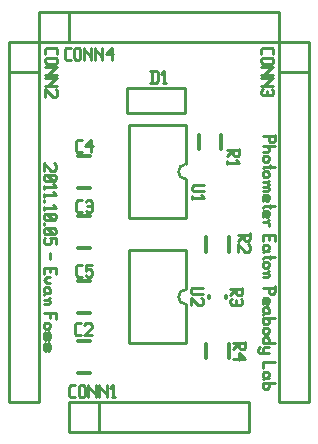
<source format=gbr>
G04 start of page 7 for group -4079 idx -4079 *
G04 Title: (unknown), topsilk *
G04 Creator: pcb 20100929 *
G04 CreationDate: Wed Oct  5 19:14:07 2011 UTC *
G04 For: user1 *
G04 Format: Gerber/RS-274X *
G04 PCB-Dimensions: 200000 300000 *
G04 PCB-Coordinate-Origin: lower left *
%MOIN*%
%FSLAX25Y25*%
%LNFRONTSILK*%
%ADD28C,0.0100*%
%ADD29C,0.0130*%
%ADD30C,0.0110*%
G54D28*X126500Y218000D02*X130500D01*
Y218500D02*Y216500D01*
X130000Y216000D01*
X129000D02*X130000D01*
X128500Y216500D02*X129000Y216000D01*
X128500Y218000D02*Y216500D01*
X126500Y214799D02*X130500D01*
X128000D02*X128500Y214299D01*
Y213299D01*
X128000Y212799D01*
X126500D02*X128000D01*
X127000Y211598D02*X128000D01*
X128500Y211098D01*
Y210098D01*
X128000Y209598D01*
X127000D02*X128000D01*
X126500Y210098D02*X127000Y209598D01*
X126500Y211098D02*Y210098D01*
X127000Y211598D02*X126500Y211098D01*
X127000Y207897D02*X130500D01*
X127000D02*X126500Y207397D01*
X129000Y208397D02*Y207397D01*
X127000Y206396D02*X128000D01*
X128500Y205896D01*
Y204896D01*
X128000Y204396D01*
X127000D02*X128000D01*
X126500Y204896D02*X127000Y204396D01*
X126500Y205896D02*Y204896D01*
X127000Y206396D02*X126500Y205896D01*
Y202695D02*X128000D01*
X128500Y202195D01*
Y201695D01*
X128000Y201195D01*
X126500D02*X128000D01*
X128500Y200695D01*
Y200195D01*
X128000Y199695D01*
X126500D02*X128000D01*
X128500Y203195D02*X128000Y202695D01*
X126500Y197994D02*Y196494D01*
X127000Y198494D02*X126500Y197994D01*
X127000Y198494D02*X128000D01*
X128500Y197994D01*
Y196994D01*
X128000Y196494D01*
X127500Y198494D02*Y196494D01*
X128000D01*
X127000Y194793D02*X130500D01*
X127000D02*X126500Y194293D01*
X129000Y195293D02*Y194293D01*
X126500Y192792D02*Y191292D01*
X127000Y193292D02*X126500Y192792D01*
X127000Y193292D02*X128000D01*
X128500Y192792D01*
Y191792D01*
X128000Y191292D01*
X127500Y193292D02*Y191292D01*
X128000D01*
X126500Y189591D02*X128000D01*
X128500Y189091D01*
Y188091D01*
Y190091D02*X128000Y189591D01*
X128500Y185090D02*Y183590D01*
X126500Y185090D02*Y183090D01*
Y185090D02*X130500D01*
Y183090D01*
X128500Y180389D02*X128000Y179889D01*
X128500Y181389D02*Y180389D01*
X128000Y181889D02*X128500Y181389D01*
X127000Y181889D02*X128000D01*
X127000D02*X126500Y181389D01*
X127000Y179889D02*X128500D01*
X127000D02*X126500Y179389D01*
Y181389D02*Y180389D01*
X127000Y179889D01*
Y177688D02*X130500D01*
X127000D02*X126500Y177188D01*
X129000Y178188D02*Y177188D01*
X127000Y176187D02*X128000D01*
X128500Y175687D01*
Y174687D01*
X128000Y174187D01*
X127000D02*X128000D01*
X126500Y174687D02*X127000Y174187D01*
X126500Y175687D02*Y174687D01*
X127000Y176187D02*X126500Y175687D01*
Y172486D02*X128000D01*
X128500Y171986D01*
Y171486D01*
X128000Y170986D01*
X126500D02*X128000D01*
X128500Y172986D02*X128000Y172486D01*
X126500Y167485D02*X130500D01*
Y167985D02*Y165985D01*
X130000Y165485D01*
X129000D02*X130000D01*
X128500Y165985D02*X129000Y165485D01*
X128500Y167485D02*Y165985D01*
X126500Y163784D02*Y162284D01*
X127000Y164284D02*X126500Y163784D01*
X127000Y164284D02*X128000D01*
X128500Y163784D01*
Y162784D01*
X128000Y162284D01*
X127500Y164284D02*Y162284D01*
X128000D01*
X128500Y159583D02*X128000Y159083D01*
X128500Y160583D02*Y159583D01*
X128000Y161083D02*X128500Y160583D01*
X127000Y161083D02*X128000D01*
X127000D02*X126500Y160583D01*
X127000Y159083D02*X128500D01*
X127000D02*X126500Y158583D01*
Y160583D02*Y159583D01*
X127000Y159083D01*
X126500Y157382D02*X130500D01*
X127000D02*X126500Y156882D01*
Y155882D01*
X127000Y155382D01*
X128000D01*
X128500Y155882D02*X128000Y155382D01*
X128500Y156882D02*Y155882D01*
X128000Y157382D02*X128500Y156882D01*
X127000Y154181D02*X128000D01*
X128500Y153681D01*
Y152681D01*
X128000Y152181D01*
X127000D02*X128000D01*
X126500Y152681D02*X127000Y152181D01*
X126500Y153681D02*Y152681D01*
X127000Y154181D02*X126500Y153681D01*
Y148980D02*X130500D01*
X126500Y149480D02*X127000Y148980D01*
X126500Y150480D02*Y149480D01*
X127000Y150980D02*X126500Y150480D01*
X127000Y150980D02*X128000D01*
X128500Y150480D01*
Y149480D01*
X128000Y148980D01*
X127000Y147779D02*X128500D01*
X127000D02*X126500Y147279D01*
X125500Y145779D02*X128500D01*
X125000Y146279D02*X125500Y145779D01*
X125000Y147279D02*Y146279D01*
X125500Y147779D02*X125000Y147279D01*
X126500D02*Y146279D01*
X127000Y145779D01*
X126500Y142778D02*X130500D01*
X126500D02*Y140778D01*
X128500Y138077D02*X128000Y137577D01*
X128500Y139077D02*Y138077D01*
X128000Y139577D02*X128500Y139077D01*
X127000Y139577D02*X128000D01*
X127000D02*X126500Y139077D01*
X127000Y137577D02*X128500D01*
X127000D02*X126500Y137077D01*
Y139077D02*Y138077D01*
X127000Y137577D01*
X126500Y135876D02*X130500D01*
X127000D02*X126500Y135376D01*
Y134376D01*
X127000Y133876D01*
X128000D01*
X128500Y134376D02*X128000Y133876D01*
X128500Y135376D02*Y134376D01*
X128000Y135876D02*X128500Y135376D01*
X57000Y209000D02*X57500Y208500D01*
Y207000D01*
X57000Y206500D01*
X56000D02*X57000D01*
X53500Y209000D02*X56000Y206500D01*
X53500Y209000D02*Y206500D01*
X54000Y205299D02*X53500Y204799D01*
X54000Y205299D02*X57000D01*
X57500Y204799D01*
Y203799D01*
X57000Y203299D01*
X54000D02*X57000D01*
X53500Y203799D02*X54000Y203299D01*
X53500Y204799D02*Y203799D01*
X54500Y205299D02*X56500Y203299D01*
X53500Y201598D02*Y200598D01*
Y201098D02*X57500D01*
X56500Y202098D02*X57500Y201098D01*
X53500Y198897D02*Y197897D01*
Y198397D02*X57500D01*
X56500Y199397D02*X57500Y198397D01*
X53500Y196696D02*Y196196D01*
Y194495D02*Y193495D01*
Y193995D02*X57500D01*
X56500Y194995D02*X57500Y193995D01*
X54000Y192294D02*X53500Y191794D01*
X54000Y192294D02*X57000D01*
X57500Y191794D01*
Y190794D01*
X57000Y190294D01*
X54000D02*X57000D01*
X53500Y190794D02*X54000Y190294D01*
X53500Y191794D02*Y190794D01*
X54500Y192294D02*X56500Y190294D01*
X53500Y189093D02*Y188593D01*
X54000Y187392D02*X53500Y186892D01*
X54000Y187392D02*X57000D01*
X57500Y186892D01*
Y185892D01*
X57000Y185392D01*
X54000D02*X57000D01*
X53500Y185892D02*X54000Y185392D01*
X53500Y186892D02*Y185892D01*
X54500Y187392D02*X56500Y185392D01*
X57500Y184191D02*Y182191D01*
X55500Y184191D02*X57500D01*
X55500D02*X56000Y183691D01*
Y182691D01*
X55500Y182191D01*
X54000D02*X55500D01*
X53500Y182691D02*X54000Y182191D01*
X53500Y183691D02*Y182691D01*
X54000Y184191D02*X53500Y183691D01*
X55500Y179190D02*Y177190D01*
Y174189D02*Y172689D01*
X53500Y174189D02*Y172189D01*
Y174189D02*X57500D01*
Y172189D01*
X54500Y170988D02*X55500D01*
X54500D02*X53500Y169988D01*
X54500Y168988D01*
X55500D01*
Y166287D02*X55000Y165787D01*
X55500Y167287D02*Y166287D01*
X55000Y167787D02*X55500Y167287D01*
X54000Y167787D02*X55000D01*
X54000D02*X53500Y167287D01*
X54000Y165787D02*X55500D01*
X54000D02*X53500Y165287D01*
Y167287D02*Y166287D01*
X54000Y165787D01*
X53500Y163586D02*X55000D01*
X55500Y163086D01*
Y162586D01*
X55000Y162086D01*
X53500D02*X55000D01*
X55500Y164086D02*X55000Y163586D01*
X53500Y159085D02*X57500D01*
Y157085D01*
X55500Y159085D02*Y157585D01*
X54000Y155884D02*X55000D01*
X55500Y155384D01*
Y154384D01*
X55000Y153884D01*
X54000D02*X55000D01*
X53500Y154384D02*X54000Y153884D01*
X53500Y155384D02*Y154384D01*
X54000Y155884D02*X53500Y155384D01*
Y152183D02*Y150683D01*
X54000Y150183D01*
X54500Y150683D02*X54000Y150183D01*
X54500Y152183D02*Y150683D01*
X55000Y152683D02*X54500Y152183D01*
X55000Y152683D02*X55500Y152183D01*
Y150683D01*
X55000Y150183D01*
X54000Y152683D02*X53500Y152183D01*
Y148482D02*Y146982D01*
X54000Y146482D01*
X54500Y146982D02*X54000Y146482D01*
X54500Y148482D02*Y146982D01*
X55000Y148982D02*X54500Y148482D01*
X55000Y148982D02*X55500Y148482D01*
Y146982D01*
X55000Y146482D01*
X54000Y148982D02*X53500Y148482D01*
X82000Y221750D02*X101000D01*
X82000D02*Y190750D01*
X101000D01*
Y221750D02*Y208750D01*
Y203750D02*Y190750D01*
Y208750D02*G75*G03X101000Y203750I0J-2500D01*G01*
G54D29*X112740Y218621D02*Y213897D01*
X105260Y218621D02*Y213897D01*
G54D30*X100566Y234134D02*Y225866D01*
X81472D02*X100566D01*
X81472Y234134D02*Y225866D01*
Y234134D02*X100566D01*
G54D28*X52000Y249500D02*X132000D01*
Y259500D02*Y249500D01*
X52000Y259500D02*X132000D01*
X52000D02*Y249500D01*
X62000Y259500D02*Y249500D01*
X52000Y259500D02*X62000D01*
G54D29*X115240Y184362D02*Y179638D01*
X107760Y184362D02*Y179638D01*
X114255Y164893D02*Y164107D01*
X108745Y164893D02*Y164107D01*
X115240Y148862D02*Y144138D01*
X107760Y148862D02*Y144138D01*
G54D28*X82000Y180000D02*X101000D01*
X82000D02*Y149000D01*
X101000D01*
Y180000D02*Y167000D01*
Y162000D02*Y149000D01*
Y167000D02*G75*G03X101000Y162000I0J-2500D01*G01*
X132000Y249500D02*Y129500D01*
X142000D01*
Y249500D01*
X132000D01*
Y239500D02*X142000D01*
Y249500D01*
G54D29*X65032Y191314D02*X68968D01*
X65032Y180686D02*X68968D01*
G54D28*X42000Y249500D02*Y129500D01*
X52000D01*
Y249500D01*
X42000D01*
Y239500D02*X52000D01*
Y249500D01*
G54D29*X65032Y149814D02*X68968D01*
X65032Y139186D02*X68968D01*
G54D28*X62000Y119500D02*X122000D01*
Y129500D02*Y119500D01*
X62000Y129500D02*X122000D01*
X62000D02*Y119500D01*
X72000Y129500D02*Y119500D01*
X62000Y129500D02*X72000D01*
G54D29*X65032Y211314D02*X68968D01*
X65032Y200686D02*X68968D01*
X65032Y169814D02*X68968D01*
X65032Y159186D02*X68968D01*
G54D28*X103500Y201750D02*X107000D01*
X103500D02*X103000Y201250D01*
Y200250D01*
X103500Y199750D01*
X107000D01*
X103000Y198049D02*Y197049D01*
Y197549D02*X107000D01*
X106000Y198549D02*X107000Y197549D01*
X118650Y213909D02*Y211909D01*
X118150Y211409D01*
X117150D02*X118150D01*
X116650Y211909D02*X117150Y211409D01*
X116650Y213409D02*Y211909D01*
X114650Y213409D02*X118650D01*
X116650D02*X114650Y211409D01*
Y209708D02*Y208708D01*
Y209208D02*X118650D01*
X117650Y210208D02*X118650Y209208D01*
X89531Y239827D02*Y235827D01*
X91031Y239827D02*X91531Y239327D01*
Y236327D01*
X91031Y235827D02*X91531Y236327D01*
X89031Y235827D02*X91031D01*
X89031Y239827D02*X91031D01*
X93232Y235827D02*X94232D01*
X93732Y239827D02*Y235827D01*
X92732Y238827D02*X93732Y239827D01*
X126000Y247000D02*Y245500D01*
X126500Y247500D02*X126000Y247000D01*
X126500Y247500D02*X129500D01*
X130000Y247000D01*
Y245500D01*
X126500Y244299D02*X129500D01*
X130000Y243799D01*
Y242799D01*
X129500Y242299D01*
X126500D02*X129500D01*
X126000Y242799D02*X126500Y242299D01*
X126000Y243799D02*Y242799D01*
X126500Y244299D02*X126000Y243799D01*
Y241098D02*X130000D01*
X129500D02*X130000D01*
X129500D02*X127000Y238598D01*
X126000D02*X130000D01*
X126000Y237397D02*X130000D01*
X129500D02*X130000D01*
X129500D02*X127000Y234897D01*
X126000D02*X130000D01*
X129500Y233696D02*X130000Y233196D01*
Y232196D01*
X129500Y231696D01*
X126500D02*X129500D01*
X126000Y232196D02*X126500Y231696D01*
X126000Y233196D02*Y232196D01*
X126500Y233696D02*X126000Y233196D01*
X128000D02*Y231696D01*
X122150Y185693D02*Y183693D01*
X121650Y183193D01*
X120650D02*X121650D01*
X120150Y183693D02*X120650Y183193D01*
X120150Y185193D02*Y183693D01*
X118150Y185193D02*X122150D01*
X120150D02*X118150Y183193D01*
X121650Y181992D02*X122150Y181492D01*
Y179992D01*
X121650Y179492D01*
X120650D02*X121650D01*
X118150Y181992D02*X120650Y179492D01*
X118150Y181992D02*Y179492D01*
X119650Y167607D02*Y165607D01*
X119150Y165107D01*
X118150D02*X119150D01*
X117650Y165607D02*X118150Y165107D01*
X117650Y167107D02*Y165607D01*
X115650Y167107D02*X119650D01*
X117650D02*X115650Y165107D01*
X119150Y163906D02*X119650Y163406D01*
Y162406D01*
X119150Y161906D01*
X116150D02*X119150D01*
X115650Y162406D02*X116150Y161906D01*
X115650Y163406D02*Y162406D01*
X116150Y163906D02*X115650Y163406D01*
X117650D02*Y161906D01*
X120650Y149607D02*Y147607D01*
X120150Y147107D01*
X119150D02*X120150D01*
X118650Y147607D02*X119150Y147107D01*
X118650Y149107D02*Y147607D01*
X116650Y149107D02*X120650D01*
X118650D02*X116650Y147107D01*
X118650Y145906D02*X120650Y143906D01*
X118650Y145906D02*Y143406D01*
X116650Y143906D02*X120650D01*
X103000Y167500D02*X106500D01*
X103000D02*X102500Y167000D01*
Y166000D01*
X103000Y165500D01*
X106500D01*
X106000Y164299D02*X106500Y163799D01*
Y162299D01*
X106000Y161799D01*
X105000D02*X106000D01*
X102500Y164299D02*X105000Y161799D01*
X102500Y164299D02*Y161799D01*
X64850Y192650D02*X66350D01*
X64350Y193150D02*X64850Y192650D01*
X64350Y196150D02*Y193150D01*
Y196150D02*X64850Y196650D01*
X66350D01*
X67551Y196150D02*X68051Y196650D01*
X69051D01*
X69551Y196150D01*
Y193150D01*
X69051Y192650D02*X69551Y193150D01*
X68051Y192650D02*X69051D01*
X67551Y193150D02*X68051Y192650D01*
Y194650D02*X69551D01*
X64393Y151650D02*X65893D01*
X63893Y152150D02*X64393Y151650D01*
X63893Y155150D02*Y152150D01*
Y155150D02*X64393Y155650D01*
X65893D01*
X67094Y155150D02*X67594Y155650D01*
X69094D01*
X69594Y155150D01*
Y154150D01*
X67094Y151650D02*X69594Y154150D01*
X67094Y151650D02*X69594D01*
X62500Y131000D02*X64000D01*
X62000Y131500D02*X62500Y131000D01*
X62000Y134500D02*Y131500D01*
Y134500D02*X62500Y135000D01*
X64000D01*
X65201Y134500D02*Y131500D01*
Y134500D02*X65701Y135000D01*
X66701D01*
X67201Y134500D01*
Y131500D01*
X66701Y131000D02*X67201Y131500D01*
X65701Y131000D02*X66701D01*
X65201Y131500D02*X65701Y131000D01*
X68402Y135000D02*Y131000D01*
Y135000D02*Y134500D01*
X70902Y132000D01*
Y135000D02*Y131000D01*
X72103Y135000D02*Y131000D01*
Y135000D02*Y134500D01*
X74603Y132000D01*
Y135000D02*Y131000D01*
X76304D02*X77304D01*
X76804Y135000D02*Y131000D01*
X75804Y134000D02*X76804Y135000D01*
X64755Y212650D02*X66255D01*
X64255Y213150D02*X64755Y212650D01*
X64255Y216150D02*Y213150D01*
Y216150D02*X64755Y216650D01*
X66255D01*
X67456Y214650D02*X69456Y216650D01*
X67456Y214650D02*X69956D01*
X69456Y216650D02*Y212650D01*
X54000Y247000D02*Y245500D01*
X54500Y247500D02*X54000Y247000D01*
X54500Y247500D02*X57500D01*
X58000Y247000D01*
Y245500D01*
X54500Y244299D02*X57500D01*
X58000Y243799D01*
Y242799D01*
X57500Y242299D01*
X54500D02*X57500D01*
X54000Y242799D02*X54500Y242299D01*
X54000Y243799D02*Y242799D01*
X54500Y244299D02*X54000Y243799D01*
Y241098D02*X58000D01*
X57500D02*X58000D01*
X57500D02*X55000Y238598D01*
X54000D02*X58000D01*
X54000Y237397D02*X58000D01*
X57500D02*X58000D01*
X57500D02*X55000Y234897D01*
X54000D02*X58000D01*
X57500Y233696D02*X58000Y233196D01*
Y231696D01*
X57500Y231196D01*
X56500D02*X57500D01*
X54000Y233696D02*X56500Y231196D01*
X54000Y233696D02*Y231196D01*
X61000Y243500D02*X62500D01*
X60500Y244000D02*X61000Y243500D01*
X60500Y247000D02*Y244000D01*
Y247000D02*X61000Y247500D01*
X62500D01*
X63701Y247000D02*Y244000D01*
Y247000D02*X64201Y247500D01*
X65201D01*
X65701Y247000D01*
Y244000D01*
X65201Y243500D02*X65701Y244000D01*
X64201Y243500D02*X65201D01*
X63701Y244000D02*X64201Y243500D01*
X66902Y247500D02*Y243500D01*
Y247500D02*Y247000D01*
X69402Y244500D01*
Y247500D02*Y243500D01*
X70603Y247500D02*Y243500D01*
Y247500D02*Y247000D01*
X73103Y244500D01*
Y247500D02*Y243500D01*
X74304Y245500D02*X76304Y247500D01*
X74304Y245500D02*X76804D01*
X76304Y247500D02*Y243500D01*
X64850Y171150D02*X66350D01*
X64350Y171650D02*X64850Y171150D01*
X64350Y174650D02*Y171650D01*
Y174650D02*X64850Y175150D01*
X66350D01*
X67551D02*X69551D01*
X67551D02*Y173150D01*
X68051Y173650D01*
X69051D01*
X69551Y173150D01*
Y171650D01*
X69051Y171150D02*X69551Y171650D01*
X68051Y171150D02*X69051D01*
X67551Y171650D02*X68051Y171150D01*
M02*

</source>
